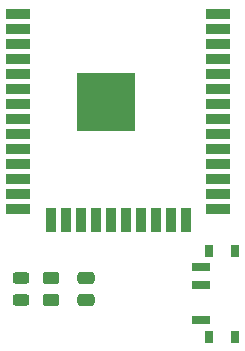
<source format=gbr>
%TF.GenerationSoftware,KiCad,Pcbnew,(6.0.5)*%
%TF.CreationDate,2023-03-06T17:13:13-03:00*%
%TF.ProjectId,ESP32_MicroSD,45535033-325f-44d6-9963-726f53442e6b,rev?*%
%TF.SameCoordinates,Original*%
%TF.FileFunction,Paste,Top*%
%TF.FilePolarity,Positive*%
%FSLAX46Y46*%
G04 Gerber Fmt 4.6, Leading zero omitted, Abs format (unit mm)*
G04 Created by KiCad (PCBNEW (6.0.5)) date 2023-03-06 17:13:13*
%MOMM*%
%LPD*%
G01*
G04 APERTURE LIST*
G04 Aperture macros list*
%AMRoundRect*
0 Rectangle with rounded corners*
0 $1 Rounding radius*
0 $2 $3 $4 $5 $6 $7 $8 $9 X,Y pos of 4 corners*
0 Add a 4 corners polygon primitive as box body*
4,1,4,$2,$3,$4,$5,$6,$7,$8,$9,$2,$3,0*
0 Add four circle primitives for the rounded corners*
1,1,$1+$1,$2,$3*
1,1,$1+$1,$4,$5*
1,1,$1+$1,$6,$7*
1,1,$1+$1,$8,$9*
0 Add four rect primitives between the rounded corners*
20,1,$1+$1,$2,$3,$4,$5,0*
20,1,$1+$1,$4,$5,$6,$7,0*
20,1,$1+$1,$6,$7,$8,$9,0*
20,1,$1+$1,$8,$9,$2,$3,0*%
G04 Aperture macros list end*
%ADD10RoundRect,0.250000X-0.475000X0.250000X-0.475000X-0.250000X0.475000X-0.250000X0.475000X0.250000X0*%
%ADD11R,2.000000X0.900000*%
%ADD12R,0.900000X2.000000*%
%ADD13R,5.000000X5.000000*%
%ADD14R,0.800000X1.000000*%
%ADD15R,1.500000X0.700000*%
%ADD16RoundRect,0.250000X0.450000X-0.262500X0.450000X0.262500X-0.450000X0.262500X-0.450000X-0.262500X0*%
%ADD17RoundRect,0.243750X0.456250X-0.243750X0.456250X0.243750X-0.456250X0.243750X-0.456250X-0.243750X0*%
G04 APERTURE END LIST*
D10*
%TO.C,C2*%
X80500000Y-99850000D03*
X80500000Y-101750000D03*
%TD*%
D11*
%TO.C,U1*%
X74750000Y-77495000D03*
X74750000Y-78765000D03*
X74750000Y-80035000D03*
X74750000Y-81305000D03*
X74750000Y-82575000D03*
X74750000Y-83845000D03*
X74750000Y-85115000D03*
X74750000Y-86385000D03*
X74750000Y-87655000D03*
X74750000Y-88925000D03*
X74750000Y-90195000D03*
X74750000Y-91465000D03*
X74750000Y-92735000D03*
X74750000Y-94005000D03*
D12*
X77535000Y-95005000D03*
X78805000Y-95005000D03*
X80075000Y-95005000D03*
X81345000Y-95005000D03*
X82615000Y-95005000D03*
X83885000Y-95005000D03*
X85155000Y-95005000D03*
X86425000Y-95005000D03*
X87695000Y-95005000D03*
X88965000Y-95005000D03*
D11*
X91750000Y-94005000D03*
X91750000Y-92735000D03*
X91750000Y-91465000D03*
X91750000Y-90195000D03*
X91750000Y-88925000D03*
X91750000Y-87655000D03*
X91750000Y-86385000D03*
X91750000Y-85115000D03*
X91750000Y-83845000D03*
X91750000Y-82575000D03*
X91750000Y-81305000D03*
X91750000Y-80035000D03*
X91750000Y-78765000D03*
X91750000Y-77495000D03*
D13*
X82250000Y-84995000D03*
%TD*%
D14*
%TO.C,SW1*%
X90920000Y-97550000D03*
X93130000Y-97550000D03*
X93130000Y-104850000D03*
X90920000Y-104850000D03*
D15*
X90270000Y-103450000D03*
X90270000Y-100450000D03*
X90270000Y-98950000D03*
%TD*%
D16*
%TO.C,R5*%
X77600000Y-101712500D03*
X77600000Y-99887500D03*
%TD*%
D17*
%TO.C,D1*%
X75000000Y-101737500D03*
X75000000Y-99862500D03*
%TD*%
M02*

</source>
